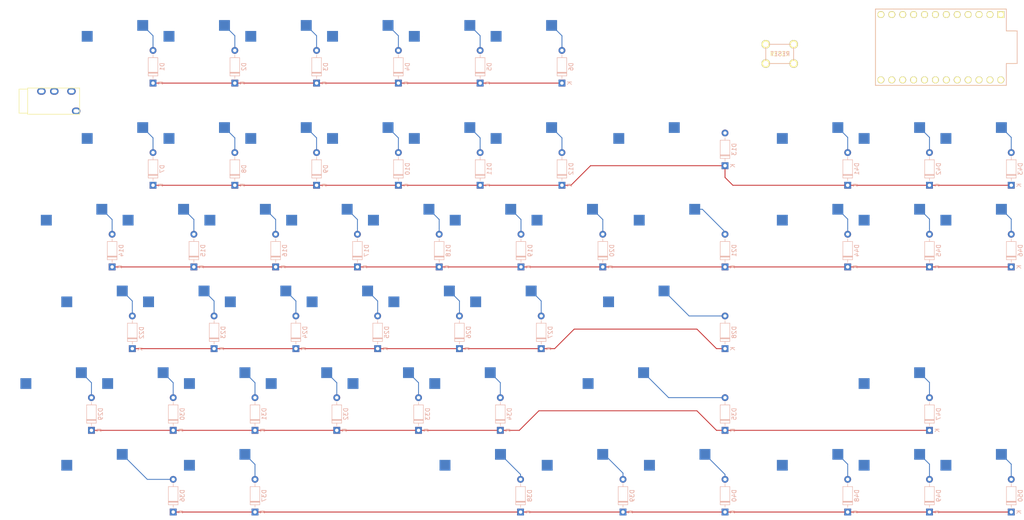
<source format=kicad_pcb>
(kicad_pcb (version 20221018) (generator pcbnew)
  (layers (0 "F.Cu" signal) (31 "B.Cu" signal) (34 "B.Paste" user) (35 "F.Paste" user) (36 "B.SilkS" user "B.Silkscreen") (37 "F.SilkS" user "F.Silkscreen") (38 "B.Mask" user) (39 "F.Mask" user) (44 "Edge.Cuts" user))
  (net 0 "")
  (net 55 "row6")
  (net 56 "row5")
  (net 57 "row4")
  (net 58 "row3")
  (net 59 "row2")
  (net 60 "row1")
  (net 61 "col9")
  (net 62 "col8")
  (net 63 "col7")
  (net 64 "col6")
  (net 65 "col5")
  (net 66 "col4")
  (net 67 "col3")
  (net 68 "col2")
  (net 69 "col11")
  (net 70 "col10")
  (net 71 "col1")
  (net 72 "VCC")
  (net 73 "SCL")
  (net 74 "RESET")
  (net 75 "Net-(D9-A)")
  (net 76 "Net-(D8-A)")
  (net 77 "Net-(D7-A)")
  (net 78 "Net-(D6-A)")
  (net 79 "Net-(D50-A)")
  (net 80 "Net-(D5-A)")
  (net 81 "Net-(D49-A)")
  (net 82 "Net-(D48-A)")
  (net 83 "Net-(D47-A)")
  (net 84 "Net-(D46-A)")
  (net 85 "Net-(D45-A)")
  (net 86 "Net-(D44-A)")
  (net 87 "Net-(D43-A)")
  (net 88 "Net-(D42-A)")
  (net 89 "Net-(D41-A)")
  (net 90 "Net-(D40-A)")
  (net 91 "Net-(D4-A)")
  (net 92 "Net-(D39-A)")
  (net 93 "Net-(D38-A)")
  (net 94 "Net-(D37-A)")
  (net 95 "Net-(D36-A)")
  (net 96 "Net-(D35-A)")
  (net 97 "Net-(D34-A)")
  (net 98 "Net-(D33-A)")
  (net 99 "Net-(D32-A)")
  (net 100 "Net-(D31-A)")
  (net 101 "Net-(D30-A)")
  (net 102 "Net-(D3-A)")
  (net 103 "Net-(D29-A)")
  (net 104 "Net-(D28-A)")
  (net 105 "Net-(D27-A)")
  (net 106 "Net-(D26-A)")
  (net 107 "Net-(D25-A)")
  (net 108 "Net-(D24-A)")
  (net 109 "Net-(D23-A)")
  (net 110 "Net-(D22-A)")
  (net 111 "Net-(D21-A)")
  (net 112 "Net-(D20-A)")
  (net 113 "Net-(D2-A)")
  (net 114 "Net-(D19-A)")
  (net 115 "Net-(D18-A)")
  (net 116 "Net-(D17-A)")
  (net 117 "Net-(D16-A)")
  (net 118 "Net-(D15-A)")
  (net 119 "Net-(D14-A)")
  (net 120 "Net-(D13-A)")
  (net 121 "Net-(D12-A)")
  (net 122 "Net-(D11-A)")
  (net 123 "Net-(D10-A)")
  (net 124 "Net-(D1-A)")
  (net 125 "GND")
  (footprint "MX_Only:MXOnly-1U-Hotswap" (layer "F.Cu") (at 103.1875 80.01)
    (fp_text reference "MX17")
    (fp_text value "MX-NoLED")
  )
  (footprint "MX_Only:MXOnly-1.5U-Hotswap" (layer "F.Cu") (at 184.15 80.01)
    (fp_text reference "MX21")
    (fp_text value "MX-NoLED")
  )
  (footprint "MX_Only:MXOnly-1U-Hotswap" (layer "F.Cu") (at 117.475 118.11)
    (fp_text reference "MX33")
    (fp_text value "MX-NoLED")
  )
  (footprint "MX_Only:MXOnly-1U-Hotswap" (layer "F.Cu") (at 74.6125 60.96)
    (fp_text reference "MX8")
    (fp_text value "MX-NoLED")
  )
  (footprint "MX_Only:MXOnly-2U-Hotswap" (layer "F.Cu") (at 50.8 137.16)
    (fp_text reference "MX36")
    (fp_text value "MX-NoLED")
  )
  (footprint "MX_Only:MXOnly-1U-Hotswap" (layer "F.Cu") (at 236.5375 60.96)
    (fp_text reference "MX42")
    (fp_text value "MX-NoLED")
  )
  (footprint "MX_Only:MXOnly-1U-Hotswap" (layer "F.Cu") (at 255.5875 80.01)
    (fp_text reference "MX46")
    (fp_text value "MX-NoLED")
  )
  (footprint "MX_Only:MXOnly-1U-Hotswap" (layer "F.Cu") (at 98.425 118.11)
    (fp_text reference "MX32")
    (fp_text value "MX-NoLED")
  )
  (footprint "MX_Only:MXOnly-1U-Hotswap" (layer "F.Cu") (at 69.85 99.06)
    (fp_text reference "MX23")
    (fp_text value "MX-NoLED")
  )
  (footprint "MX_Only:MXOnly-1U-Hotswap" (layer "F.Cu") (at 79.375 137.16)
    (fp_text reference "MX37")
    (fp_text value "MX-NoLED")
  )
  (footprint "MX_Only:MXOnly-1U-Hotswap" (layer "F.Cu") (at 236.5375 80.01)
    (fp_text reference "MX45")
    (fp_text value "MX-NoLED")
  )
  (footprint "MX_Only:MXOnly-1U-Hotswap" (layer "F.Cu") (at 146.05 99.06)
    (fp_text reference "MX27")
    (fp_text value "MX-NoLED")
  )
  (footprint "MX_Only:MXOnly-1U-Hotswap" (layer "F.Cu") (at 112.7125 37.1475)
    (fp_text reference "MX4")
    (fp_text value "MX-NoLED")
  )
  (footprint "MX_Only:MXOnly-2U-Hotswap" (layer "F.Cu") (at 179.3875 60.96)
    (fp_text reference "MX13")
    (fp_text value "MX-NoLED")
  )
  (footprint "MX_Only:MXOnly-1U-Hotswap" (layer "F.Cu") (at 41.275 118.11)
    (fp_text reference "MX29")
    (fp_text value "MX-NoLED")
  )
  (footprint "MX_Only:MXOnly-1U-Hotswap" (layer "F.Cu") (at 122.2375 80.01)
    (fp_text reference "MX18")
    (fp_text value "MX-NoLED")
  )
  (footprint "MX_Only:MXOnly-1U-Hotswap" (layer "F.Cu") (at 160.3375 80.01)
    (fp_text reference "MX20")
    (fp_text value "MX-NoLED")
  )
  (footprint "MX_Only:MXOnly-1U-Hotswap" (layer "F.Cu") (at 217.4875 137.16)
    (fp_text reference "MX48")
    (fp_text value "MX-NoLED")
  )
  (footprint "promicro:ProMicro" (layer "F.Cu") (at 247.3325 37.1475 180)
    (fp_text reference "U1" hide)
    (fp_text value "ProMicro")
  )
  (footprint "MX_Only:MXOnly-1U-Hotswap" (layer "F.Cu") (at 93.6625 60.96)
    (fp_text reference "MX9")
    (fp_text value "MX-NoLED")
  )
  (footprint "MX_Only:MXOnly-1U-Hotswap" (layer "F.Cu") (at 141.2875 80.01)
    (fp_text reference "MX19")
    (fp_text value "MX-NoLED")
  )
  (footprint "MX_Only:MXOnly-1U-Hotswap" (layer "F.Cu") (at 107.95 99.06)
    (fp_text reference "MX25")
    (fp_text value "MX-NoLED")
  )
  (footprint "MX_Only:MXOnly-1U-Hotswap" (layer "F.Cu") (at 127 99.06)
    (fp_text reference "MX26")
    (fp_text value "MX-NoLED")
  )
  (footprint "MX_Only:MXOnly-1U-Hotswap" (layer "F.Cu") (at 93.6625 37.1475)
    (fp_text reference "MX3")
    (fp_text value "MX-NoLED")
  )
  (footprint "MX_Only:MXOnly-1U-Hotswap" (layer "F.Cu") (at 79.375 118.11)
    (fp_text reference "MX31")
    (fp_text value "MX-NoLED")
  )
  (footprint "MX_Only:MXOnly-1U-Hotswap" (layer "F.Cu") (at 112.7125 60.96)
    (fp_text reference "MX10")
    (fp_text value "MX-NoLED")
  )
  (footprint "MX_Only:MXOnly-1U-Hotswap" (layer "F.Cu") (at 236.5375 137.16)
    (fp_text reference "MX49")
    (fp_text value "MX-NoLED")
  )
  (footprint "MX_Only:MXOnly-1U-Hotswap" (layer "F.Cu") (at 131.7625 60.96)
    (fp_text reference "MX11")
    (fp_text value "MX-NoLED")
  )
  (footprint "MX_Only:MXOnly-2.25U-Hotswap" (layer "F.Cu") (at 177.00625 99.06)
    (fp_text reference "MX28")
    (fp_text value "MX-NoLED")
  )
  (footprint "MX_Only:MXOnly-1U-Hotswap" (layer "F.Cu") (at 150.8125 60.96)
    (fp_text reference "MX12")
    (fp_text value "MX-NoLED")
  )
  (footprint "MX_Only:MXOnly-1U-Hotswap" (layer "F.Cu") (at 217.4875 80.01)
    (fp_text reference "MX44")
    (fp_text value "MX-NoLED")
  )
  (footprint "MX_Only:MXOnly-1.25U-Hotswap" (layer "F.Cu") (at 186.53125 137.16)
    (fp_text reference "MX40")
    (fp_text value "MX-NoLED")
  )
  (footprint "MX_Only:MXOnly-1U-Hotswap" (layer "F.Cu") (at 50.8 99.06)
    (fp_text reference "MX22")
    (fp_text value "MX-NoLED")
  )
  (footprint "MX_Only:MXOnly-1U-Hotswap" (layer "F.Cu") (at 46.0375 80.01)
    (fp_text reference "MX14")
    (fp_text value "MX-NoLED")
  )
  (footprint "MX_Only:MXOnly-2.75U-Hotswap" (layer "F.Cu") (at 172.24375 118.11)
    (fp_text reference "MX35")
    (fp_text value "MX-NoLED")
  )
  (footprint "MX_Only:MXOnly-1U-Hotswap" (layer "F.Cu") (at 88.9 99.06)
    (fp_text reference "MX24")
    (fp_text value "MX-NoLED")
  )
  (footprint "MX_Only:MXOnly-1U-Hotswap" (layer "F.Cu") (at 255.5875 60.96)
    (fp_text reference "MX43")
    (fp_text value "MX-NoLED")
  )
  (footprint "MX_Only:MXOnly-1.25U-Hotswap" (layer "F.Cu") (at 138.90625 137.16)
    (fp_text reference "MX38")
    (fp_text value "MX-NoLED")
  )
  (footprint "MX_Only:MXOnly-1U-Hotswap" (layer "F.Cu") (at 55.5625 60.96)
    (fp_text reference "MX7")
    (fp_text value "MX-NoLED")
  )
  (footprint "reset:ResetSW_4P" (layer "F.Cu") (at 209.7925 38.7075)
    (fp_text reference "RESET1" hide)
    (fp_text value "SW_Push")
  )
  (footprint "MX_Only:MXOnly-1U-Hotswap" (layer "F.Cu") (at 60.325 118.11)
    (fp_text reference "MX30")
    (fp_text value "MX-NoLED")
  )
  (footprint "pj320:TRRS-PJ-320A" (layer "F.Cu") (at 34.6125 49.7225 90)
    (fp_text reference "U2")
    (fp_text value "PJ-320A")
  )
  (footprint "MX_Only:MXOnly-1U-Hotswap" (layer "F.Cu") (at 217.4875 60.96)
    (fp_text reference "MX41")
    (fp_text value "MX-NoLED")
  )
  (footprint "MX_Only:MXOnly-1U-Hotswap" (layer "F.Cu") (at 136.525 118.11)
    (fp_text reference "MX34")
    (fp_text value "MX-NoLED")
  )
  (footprint "MX_Only:MXOnly-1U-Hotswap" (layer "F.Cu") (at 236.5375 118.11)
    (fp_text reference "MX47")
    (fp_text value "MX-NoLED")
  )
  (footprint "MX_Only:MXOnly-1U-Hotswap" (layer "F.Cu") (at 74.6125 37.1475)
    (fp_text reference "MX2")
    (fp_text value "MX-NoLED")
  )
  (footprint "MX_Only:MXOnly-1U-Hotswap" (layer "F.Cu") (at 150.8125 37.1475)
    (fp_text reference "MX6")
    (fp_text value "MX-NoLED")
  )
  (footprint "MX_Only:MXOnly-1.25U-Hotswap" (layer "F.Cu") (at 162.71875 137.16)
    (fp_text reference "MX39")
    (fp_text value "MX-NoLED")
  )
  (footprint "MX_Only:MXOnly-1U-Hotswap" (layer "F.Cu") (at 131.7625 37.1475)
    (fp_text reference "MX5")
    (fp_text value "MX-NoLED")
  )
  (footprint "MX_Only:MXOnly-1U-Hotswap" (layer "F.Cu") (at 65.0875 80.01)
    (fp_text reference "MX15")
    (fp_text value "MX-NoLED")
  )
  (footprint "MX_Only:MXOnly-1U-Hotswap" (layer "F.Cu") (at 55.5625 37.1475)
    (fp_text reference "MX1")
    (fp_text value "MX-NoLED")
  )
  (footprint "MX_Only:MXOnly-1U-Hotswap" (layer "F.Cu") (at 84.1375 80.01)
    (fp_text reference "MX16")
    (fp_text value "MX-NoLED")
  )
  (footprint "MX_Only:MXOnly-1U-Hotswap" (layer "F.Cu") (at 255.5875 137.16)
    (fp_text reference "MX50")
    (fp_text value "MX-NoLED")
  )
  (footprint "Diode_THT:D_DO-35_SOD27_P7.62mm_Horizontal" (layer "B.Cu") (at 87.5625 145.53 90)
    (fp_text reference "D37")
    (fp_text value "1N4148")
  )
  (footprint "Diode_THT:D_DO-35_SOD27_P7.62mm_Horizontal" (layer "B.Cu") (at 244.6775 145.53 90)
    (fp_text reference "D49")
    (fp_text value "1N4148")
  )
  (footprint "Diode_THT:D_DO-35_SOD27_P7.62mm_Horizontal" (layer "B.Cu") (at 135.1875 107.43 90)
    (fp_text reference "D26")
    (fp_text value "1N4148")
  )
  (footprint "Diode_THT:D_DO-35_SOD27_P7.62mm_Horizontal" (layer "B.Cu") (at 263.7275 69.33 90)
    (fp_text reference "D43")
    (fp_text value "1N4148")
  )
  (footprint "Diode_THT:D_DO-35_SOD27_P7.62mm_Horizontal" (layer "B.Cu") (at 82.8625 69.33 90)
    (fp_text reference "D8")
    (fp_text value "1N4148")
  )
  (footprint "Diode_THT:D_DO-35_SOD27_P7.62mm_Horizontal" (layer "B.Cu") (at 82.8625 45.5175 90)
    (fp_text reference "D2")
    (fp_text value "1N4148")
  )
  (footprint "Diode_THT:D_DO-35_SOD27_P7.62mm_Horizontal" (layer "B.Cu") (at 54.2875 88.38 90)
    (fp_text reference "D14")
    (fp_text value "1N4148")
  )
  (footprint "Diode_THT:D_DO-35_SOD27_P7.62mm_Horizontal" (layer "B.Cu") (at 130.4725 88.38 90)
    (fp_text reference "D18")
    (fp_text value "1N4148")
  )
  (footprint "Diode_THT:D_DO-35_SOD27_P7.62mm_Horizontal" (layer "B.Cu") (at 63.8125 45.5175 90)
    (fp_text reference "D1")
    (fp_text value "1N4148")
  )
  (footprint "Diode_THT:D_DO-35_SOD27_P7.62mm_Horizontal" (layer "B.Cu") (at 101.9125 45.5175 90)
    (fp_text reference "D3")
    (fp_text value "1N4148")
  )
  (footprint "Diode_THT:D_DO-35_SOD27_P7.62mm_Horizontal" (layer "B.Cu") (at 116.1375 107.43 90)
    (fp_text reference "D25")
    (fp_text value "1N4148")
  )
  (footprint "Diode_THT:D_DO-35_SOD27_P7.62mm_Horizontal" (layer "B.Cu") (at 106.6125 126.48 90)
    (fp_text reference "D32")
    (fp_text value "1N4148")
  )
  (footprint "Diode_THT:D_DO-35_SOD27_P7.62mm_Horizontal" (layer "B.Cu") (at 225.6275 69.33 90)
    (fp_text reference "D41")
    (fp_text value "1N4148")
  )
  (footprint "Diode_THT:D_DO-35_SOD27_P7.62mm_Horizontal" (layer "B.Cu") (at 97.0875 107.43 90)
    (fp_text reference "D24")
    (fp_text value "1N4148")
  )
  (footprint "Diode_THT:D_DO-35_SOD27_P7.62mm_Horizontal" (layer "B.Cu") (at 149.5225 88.38 90)
    (fp_text reference "D19")
    (fp_text value "1N4148")
  )
  (footprint "Diode_THT:D_DO-35_SOD27_P7.62mm_Horizontal" (layer "B.Cu") (at 120.9625 69.33 90)
    (fp_text reference "D10")
    (fp_text value "1N4148")
  )
  (footprint "Diode_THT:D_DO-35_SOD27_P7.62mm_Horizontal" (layer "B.Cu") (at 173.2875 145.53 90)
    (fp_text reference "D39")
    (fp_text value "1N4148")
  )
  (footprint "Diode_THT:D_DO-35_SOD27_P7.62mm_Horizontal" (layer "B.Cu") (at 263.7275 88.38 90)
    (fp_text reference "D46")
    (fp_text value "1N4148")
  )
  (footprint "Diode_THT:D_DO-35_SOD27_P7.62mm_Horizontal" (layer "B.Cu") (at 120.9625 45.5175 90)
    (fp_text reference "D4")
    (fp_text value "1N4148")
  )
  (footprint "Diode_THT:D_DO-35_SOD27_P7.62mm_Horizontal" (layer "B.Cu") (at 197.0525 88.38 90)
    (fp_text reference "D21")
    (fp_text value "1N4148")
  )
  (footprint "Diode_THT:D_DO-35_SOD27_P7.62mm_Horizontal" (layer "B.Cu") (at 197.0525 145.53 90)
    (fp_text reference "D40")
    (fp_text value "1N4148")
  )
  (footprint "Diode_THT:D_DO-35_SOD27_P7.62mm_Horizontal" (layer "B.Cu") (at 263.7275 145.53 90)
    (fp_text reference "D50")
    (fp_text value "1N4148")
  )
  (footprint "Diode_THT:D_DO-35_SOD27_P7.62mm_Horizontal" (layer "B.Cu") (at 149.4275 145.53 90)
    (fp_text reference "D38")
    (fp_text value "1N4148")
  )
  (footprint "Diode_THT:D_DO-35_SOD27_P7.62mm_Horizontal" (layer "B.Cu") (at 125.6625 126.48 90)
    (fp_text reference "D33")
    (fp_text value "1N4148")
  )
  (footprint "Diode_THT:D_DO-35_SOD27_P7.62mm_Horizontal" (layer "B.Cu") (at 168.5775 88.38 90)
    (fp_text reference "D20")
    (fp_text value "1N4148")
  )
  (footprint "Diode_THT:D_DO-35_SOD27_P7.62mm_Horizontal" (layer "B.Cu") (at 244.6775 126.48 90)
    (fp_text reference "D47")
    (fp_text value "1N4148")
  )
  (footprint "Diode_THT:D_DO-35_SOD27_P7.62mm_Horizontal" (layer "B.Cu") (at 197.0525 64.77 90)
    (fp_text reference "D13")
    (fp_text value "1N4148")
  )
  (footprint "Diode_THT:D_DO-35_SOD27_P7.62mm_Horizontal" (layer "B.Cu") (at 92.3725 88.38 90)
    (fp_text reference "D16")
    (fp_text value "1N4148")
  )
  (footprint "Diode_THT:D_DO-35_SOD27_P7.62mm_Horizontal" (layer "B.Cu") (at 68.5125 126.48 90)
    (fp_text reference "D30")
    (fp_text value "1N4148")
  )
  (footprint "Diode_THT:D_DO-35_SOD27_P7.62mm_Horizontal" (layer "B.Cu") (at 87.5625 126.48 90)
    (fp_text reference "D31")
    (fp_text value "1N4148")
  )
  (footprint "Diode_THT:D_DO-35_SOD27_P7.62mm_Horizontal" (layer "B.Cu") (at 111.4225 88.38 90)
    (fp_text reference "D17")
    (fp_text value "1N4148")
  )
  (footprint "Diode_THT:D_DO-35_SOD27_P7.62mm_Horizontal" (layer "B.Cu") (at 197.0525 126.48 90)
    (fp_text reference "D35")
    (fp_text value "1N4148")
  )
  (footprint "Diode_THT:D_DO-35_SOD27_P7.62mm_Horizontal" (layer "B.Cu") (at 73.3225 88.38 90)
    (fp_text reference "D15")
    (fp_text value "1N4148")
  )
  (footprint "Diode_THT:D_DO-35_SOD27_P7.62mm_Horizontal" (layer "B.Cu") (at 78.0375 107.43 90)
    (fp_text reference "D23")
    (fp_text value "1N4148")
  )
  (footprint "Diode_THT:D_DO-35_SOD27_P7.62mm_Horizontal" (layer "B.Cu") (at 225.6275 88.38 90)
    (fp_text reference "D44")
    (fp_text value "1N4148")
  )
  (footprint "Diode_THT:D_DO-35_SOD27_P7.62mm_Horizontal" (layer "B.Cu") (at 140.0125 69.33 90)
    (fp_text reference "D11")
    (fp_text value "1N4148")
  )
  (footprint "Diode_THT:D_DO-35_SOD27_P7.62mm_Horizontal" (layer "B.Cu") (at 68.5125 145.53 90)
    (fp_text reference "D36")
    (fp_text value "1N4148")
  )
  (footprint "Diode_THT:D_DO-35_SOD27_P7.62mm_Horizontal" (layer "B.Cu") (at 159.0625 45.5175 90)
    (fp_text reference "D6")
    (fp_text value "1N4148")
  )
  (footprint "Diode_THT:D_DO-35_SOD27_P7.62mm_Horizontal" (layer "B.Cu") (at 154.2375 107.43 90)
    (fp_text reference "D27")
    (fp_text value "1N4148")
  )
  (footprint "Diode_THT:D_DO-35_SOD27_P7.62mm_Horizontal" (layer "B.Cu") (at 244.6775 88.38 90)
    (fp_text reference "D45")
    (fp_text value "1N4148")
  )
  (footprint "Diode_THT:D_DO-35_SOD27_P7.62mm_Horizontal" (layer "B.Cu") (at 159.0625 69.33 90)
    (fp_text reference "D12")
    (fp_text value "1N4148")
  )
  (footprint "Diode_THT:D_DO-35_SOD27_P7.62mm_Horizontal" (layer "B.Cu") (at 225.6275 145.53 90)
    (fp_text reference "D48")
    (fp_text value "1N4148")
  )
  (footprint "Diode_THT:D_DO-35_SOD27_P7.62mm_Horizontal" (layer "B.Cu") (at 144.7125 126.48 90)
    (fp_text reference "D34")
    (fp_text value "1N4148")
  )
  (footprint "Diode_THT:D_DO-35_SOD27_P7.62mm_Horizontal" (layer "B.Cu") (at 140.0125 45.5175 90)
    (fp_text reference "D5")
    (fp_text value "1N4148")
  )
  (footprint "Diode_THT:D_DO-35_SOD27_P7.62mm_Horizontal" (layer "B.Cu") (at 49.4625 126.48 90)
    (fp_text reference "D29")
    (fp_text value "1N4148")
  )
  (footprint "Diode_THT:D_DO-35_SOD27_P7.62mm_Horizontal" (layer "B.Cu") (at 244.6775 69.33 90)
    (fp_text reference "D42")
    (fp_text value "1N4148")
  )
  (footprint "Diode_THT:D_DO-35_SOD27_P7.62mm_Horizontal" (layer "B.Cu") (at 197.0525 107.43 90)
    (fp_text reference "D28")
    (fp_text value "1N4148")
  )
  (footprint "Diode_THT:D_DO-35_SOD27_P7.62mm_Horizontal" (layer "B.Cu") (at 63.8125 69.33 90)
    (fp_text reference "D7")
    (fp_text value "1N4148")
  )
  (footprint "Diode_THT:D_DO-35_SOD27_P7.62mm_Horizontal" (layer "B.Cu") (at 101.9125 69.33 90)
    (fp_text reference "D9")
    (fp_text value "1N4148")
  )
  (footprint "Diode_THT:D_DO-35_SOD27_P7.62mm_Horizontal" (layer "B.Cu") (at 58.9875 107.43 90)
    (fp_text reference "D22")
    (fp_text value "1N4148")
  )
  (segment (start 263.7275 145.53) (end 68.5125 145.53) (width 0.2) (layer "F.Cu") (net 55))
  (segment (start 153.69375 121.92) (end 149.13375 126.48) (width 0.2) (layer "F.Cu") (net 56))
  (segment (start 244.6775 126.48) (end 197.0525 126.48) (width 0.2) (layer "F.Cu") (net 56))
  (segment (start 190.5 121.92) (end 153.69375 121.92) (width 0.2) (layer "F.Cu") (net 56))
  (segment (start 197.0525 126.48) (end 195.06 126.48) (width 0.2) (layer "F.Cu") (net 56))
  (segment (start 49.4625 126.48) (end 144.7125 126.48) (width 0.2) (layer "F.Cu") (net 56))
  (segment (start 149.13375 126.48) (end 144.7125 126.48) (width 0.2) (layer "F.Cu") (net 56))
  (segment (start 195.06 126.48) (end 190.5 121.92) (width 0.2) (layer "F.Cu") (net 56))
  (segment (start 157.365 107.43) (end 161.925 102.87) (width 0.2) (layer "F.Cu") (net 57))
  (segment (start 161.925 102.87) (end 190.5 102.87) (width 0.2) (layer "F.Cu") (net 57))
  (segment (start 195.06 107.43) (end 197.0525 107.43) (width 0.2) (layer "F.Cu") (net 57))
  (segment (start 58.9875 107.43) (end 154.2375 107.43) (width 0.2) (layer "F.Cu") (net 57))
  (segment (start 190.5 102.87) (end 195.06 107.43) (width 0.2) (layer "F.Cu") (net 57))
  (segment (start 154.2375 107.43) (end 157.365 107.43) (width 0.2) (layer "F.Cu") (net 57))
  (segment (start 263.7275 88.38) (end 54.2875 88.38) (width 0.2) (layer "F.Cu") (net 58))
  (segment (start 225.6275 69.33) (end 198.87 69.33) (width 0.2) (layer "F.Cu") (net 59))
  (segment (start 165.735 64.77) (end 197.0525 64.77) (width 0.2) (layer "F.Cu") (net 59))
  (segment (start 263.7275 69.33) (end 225.6275 69.33) (width 0.2) (layer "F.Cu") (net 59))
  (segment (start 197.0525 67.5125) (end 197.0525 64.77) (width 0.2) (layer "F.Cu") (net 59))
  (segment (start 159.0625 69.33) (end 161.175 69.33) (width 0.2) (layer "F.Cu") (net 59))
  (segment (start 63.8125 69.33) (end 159.0625 69.33) (width 0.2) (layer "F.Cu") (net 59))
  (segment (start 198.87 69.33) (end 197.0525 67.5125) (width 0.2) (layer "F.Cu") (net 59))
  (segment (start 161.175 69.33) (end 165.735 64.77) (width 0.2) (layer "F.Cu") (net 59))
  (segment (start 63.8125 45.5175) (end 159.0625 45.5175) (width 0.2) (layer "F.Cu") (net 60))
  (segment (start 101.9125 61.71) (end 101.9125 58.288) (width 0.2) (layer "B.Cu") (net 75))
  (segment (start 101.9125 58.288) (end 99.5045 55.88) (width 0.2) (layer "B.Cu") (net 75))
  (segment (start 82.8625 58.288) (end 80.4545 55.88) (width 0.2) (layer "B.Cu") (net 76))
  (segment (start 82.8625 61.71) (end 82.8625 58.288) (width 0.2) (layer "B.Cu") (net 76))
  (segment (start 63.8125 61.71) (end 63.8125 58.288) (width 0.2) (layer "B.Cu") (net 77))
  (segment (start 63.8125 58.288) (end 61.4045 55.88) (width 0.2) (layer "B.Cu") (net 77))
  (segment (start 159.0625 34.4755) (end 156.6545 32.0675) (width 0.2) (layer "B.Cu") (net 78))
  (segment (start 159.0625 37.8975) (end 159.0625 34.4755) (width 0.2) (layer "B.Cu") (net 78))
  (segment (start 263.7275 134.378) (end 261.4295 132.08) (width 0.2) (layer "B.Cu") (net 79))
  (segment (start 263.7275 137.91) (end 263.7275 134.378) (width 0.2) (layer "B.Cu") (net 79))
  (segment (start 140.0125 34.4755) (end 137.6045 32.0675) (width 0.2) (layer "B.Cu") (net 80))
  (segment (start 140.0125 37.8975) (end 140.0125 34.4755) (width 0.2) (layer "B.Cu") (net 80))
  (segment (start 244.6775 134.378) (end 242.3795 132.08) (width 0.2) (layer "B.Cu") (net 81))
  (segment (start 244.6775 137.91) (end 244.6775 134.378) (width 0.2) (layer "B.Cu") (net 81))
  (segment (start 225.6275 134.378) (end 223.3295 132.08) (width 0.2) (layer "B.Cu") (net 82))
  (segment (start 225.6275 137.91) (end 225.6275 134.378) (width 0.2) (layer "B.Cu") (net 82))
  (segment (start 244.6775 118.86) (end 244.6775 115.328) (width 0.2) (layer "B.Cu") (net 83))
  (segment (start 244.6775 115.328) (end 242.3795 113.03) (width 0.2) (layer "B.Cu") (net 83))
  (segment (start 263.7275 80.76) (end 263.7275 77.228) (width 0.2) (layer "B.Cu") (net 84))
  (segment (start 263.7275 77.228) (end 261.4295 74.93) (width 0.2) (layer "B.Cu") (net 84))
  (segment (start 244.6775 77.228) (end 242.3795 74.93) (width 0.2) (layer "B.Cu") (net 85))
  (segment (start 244.6775 80.76) (end 244.6775 77.228) (width 0.2) (layer "B.Cu") (net 85))
  (segment (start 225.6275 77.228) (end 223.3295 74.93) (width 0.2) (layer "B.Cu") (net 86))
  (segment (start 225.6275 80.76) (end 225.6275 77.228) (width 0.2) (layer "B.Cu") (net 86))
  (segment (start 263.7275 61.71) (end 263.7275 58.178) (width 0.2) (layer "B.Cu") (net 87))
  (segment (start 263.7275 58.178) (end 261.4295 55.88) (width 0.2) (layer "B.Cu") (net 87))
  (segment (start 244.6775 61.71) (end 244.6775 58.178) (width 0.2) (layer "B.Cu") (net 88))
  (segment (start 244.6775 58.178) (end 242.3795 55.88) (width 0.2) (layer "B.Cu") (net 88))
  (segment (start 225.6275 61.71) (end 225.6275 58.178) (width 0.2) (layer "B.Cu") (net 89))
  (segment (start 225.6275 58.178) (end 223.3295 55.88) (width 0.2) (layer "B.Cu") (net 89))
  (segment (start 197.0525 137.91) (end 197.0525 136.75925) (width 0.2) (layer "B.Cu") (net 90))
  (segment (start 197.0525 136.75925) (end 192.37325 132.08) (width 0.2) (layer "B.Cu") (net 90))
  (segment (start 120.9625 37.8975) (end 120.9625 34.4755) (width 0.2) (layer "B.Cu") (net 91))
  (segment (start 120.9625 34.4755) (end 118.5545 32.0675) (width 0.2) (layer "B.Cu") (net 91))
  (segment (start 173.2875 136.4575) (end 173.2875 137.91) (width 0.2) (layer "B.Cu") (net 92))
  (segment (start 168.91 132.08) (end 173.2875 136.4575) (width 0.2) (layer "B.Cu") (net 92))
  (segment (start 168.56075 132.08) (end 168.91 132.08) (width 0.2) (layer "B.Cu") (net 92))
  (segment (start 149.4275 136.75925) (end 144.74825 132.08) (width 0.2) (layer "B.Cu") (net 93))
  (segment (start 149.4275 137.91) (end 149.4275 136.75925) (width 0.2) (layer "B.Cu") (net 93))
  (segment (start 87.5625 137.91) (end 87.5625 134.4255) (width 0.2) (layer "B.Cu") (net 94))
  (segment (start 87.5625 134.4255) (end 85.217 132.08) (width 0.2) (layer "B.Cu") (net 94))
  (segment (start 68.5125 137.91) (end 62.472 137.91) (width 0.2) (layer "B.Cu") (net 95))
  (segment (start 62.472 137.91) (end 56.642 132.08) (width 0.2) (layer "B.Cu") (net 95))
  (segment (start 197.0525 118.86) (end 183.91575 118.86) (width 0.2) (layer "B.Cu") (net 96))
  (segment (start 183.91575 118.86) (end 178.08575 113.03) (width 0.2) (layer "B.Cu") (net 96))
  (segment (start 144.7125 118.86) (end 144.7125 115.3755) (width 0.2) (layer "B.Cu") (net 97))
  (segment (start 144.7125 115.3755) (end 142.367 113.03) (width 0.2) (layer "B.Cu") (net 97))
  (segment (start 125.6625 115.3755) (end 123.317 113.03) (width 0.2) (layer "B.Cu") (net 98))
  (segment (start 125.6625 118.86) (end 125.6625 115.3755) (width 0.2) (layer "B.Cu") (net 98))
  (segment (start 106.6125 118.86) (end 106.6125 115.3755) (width 0.2) (layer "B.Cu") (net 99))
  (segment (start 106.6125 115.3755) (end 104.267 113.03) (width 0.2) (layer "B.Cu") (net 99))
  (segment (start 87.5625 115.3755) (end 85.217 113.03) (width 0.2) (layer "B.Cu") (net 100))
  (segment (start 87.5625 118.86) (end 87.5625 115.3755) (width 0.2) (layer "B.Cu") (net 100))
  (segment (start 68.5125 115.3755) (end 66.167 113.03) (width 0.2) (layer "B.Cu") (net 101))
  (segment (start 68.5125 118.86) (end 68.5125 115.3755) (width 0.2) (layer "B.Cu") (net 101))
  (segment (start 101.9125 37.8975) (end 101.9125 34.4755) (width 0.2) (layer "B.Cu") (net 102))
  (segment (start 101.9125 34.4755) (end 99.5045 32.0675) (width 0.2) (layer "B.Cu") (net 102))
  (segment (start 49.4625 115.3755) (end 47.117 113.03) (width 0.2) (layer "B.Cu") (net 103))
  (segment (start 49.4625 118.86) (end 49.4625 115.3755) (width 0.2) (layer "B.Cu") (net 103))
  (segment (start 197.0525 99.81) (end 188.67825 99.81) (width 0.2) (layer "B.Cu") (net 104))
  (segment (start 188.67825 99.81) (end 182.84825 93.98) (width 0.2) (layer "B.Cu") (net 104))
  (segment (start 154.2375 99.81) (end 154.2375 96.3255) (width 0.2) (layer "B.Cu") (net 105))
  (segment (start 154.2375 96.3255) (end 151.892 93.98) (width 0.2) (layer "B.Cu") (net 105))
  (segment (start 135.1875 99.81) (end 135.1875 96.3255) (width 0.2) (layer "B.Cu") (net 106))
  (segment (start 135.1875 96.3255) (end 132.842 93.98) (width 0.2) (layer "B.Cu") (net 106))
  (segment (start 116.1375 96.3255) (end 113.792 93.98) (width 0.2) (layer "B.Cu") (net 107))
  (segment (start 116.1375 99.81) (end 116.1375 96.3255) (width 0.2) (layer "B.Cu") (net 107))
  (segment (start 97.0875 99.81) (end 97.0875 96.3255) (width 0.2) (layer "B.Cu") (net 108))
  (segment (start 97.0875 96.3255) (end 94.742 93.98) (width 0.2) (layer "B.Cu") (net 108))
  (segment (start 78.0375 96.3255) (end 75.692 93.98) (width 0.2) (layer "B.Cu") (net 109))
  (segment (start 78.0375 99.81) (end 78.0375 96.3255) (width 0.2) (layer "B.Cu") (net 109))
  (segment (start 58.9875 99.81) (end 58.9875 96.3255) (width 0.2) (layer "B.Cu") (net 110))
  (segment (start 58.9875 96.3255) (end 56.642 93.98) (width 0.2) (layer "B.Cu") (net 110))
  (segment (start 197.0525 80.2125) (end 191.77 74.93) (width 0.2) (layer "B.Cu") (net 111))
  (segment (start 197.0525 80.76) (end 197.0525 80.2125) (width 0.2) (layer "B.Cu") (net 111))
  (segment (start 191.77 74.93) (end 189.992 74.93) (width 0.2) (layer "B.Cu") (net 111))
  (segment (start 168.5775 77.328) (end 166.1795 74.93) (width 0.2) (layer "B.Cu") (net 112))
  (segment (start 168.5775 80.76) (end 168.5775 77.328) (width 0.2) (layer "B.Cu") (net 112))
  (segment (start 82.8625 34.4755) (end 80.4545 32.0675) (width 0.2) (layer "B.Cu") (net 113))
  (segment (start 82.8625 37.8975) (end 82.8625 34.4755) (width 0.2) (layer "B.Cu") (net 113))
  (segment (start 149.5225 77.323) (end 147.1295 74.93) (width 0.2) (layer "B.Cu") (net 114))
  (segment (start 149.5225 80.76) (end 149.5225 77.323) (width 0.2) (layer "B.Cu") (net 114))
  (segment (start 130.4725 77.323) (end 128.0795 74.93) (width 0.2) (layer "B.Cu") (net 115))
  (segment (start 130.4725 80.76) (end 130.4725 77.323) (width 0.2) (layer "B.Cu") (net 115))
  (segment (start 111.4225 80.76) (end 111.4225 77.323) (width 0.2) (layer "B.Cu") (net 116))
  (segment (start 111.4225 77.323) (end 109.0295 74.93) (width 0.2) (layer "B.Cu") (net 116))
  (segment (start 92.3725 80.76) (end 92.3725 77.323) (width 0.2) (layer "B.Cu") (net 117))
  (segment (start 92.3725 77.323) (end 89.9795 74.93) (width 0.2) (layer "B.Cu") (net 117))
  (segment (start 73.3225 80.76) (end 73.3225 77.323) (width 0.2) (layer "B.Cu") (net 118))
  (segment (start 73.3225 77.323) (end 70.9295 74.93) (width 0.2) (layer "B.Cu") (net 118))
  (segment (start 54.2875 77.338) (end 51.8795 74.93) (width 0.2) (layer "B.Cu") (net 119))
  (segment (start 54.2875 80.76) (end 54.2875 77.338) (width 0.2) (layer "B.Cu") (net 119))
  (segment (start 159.0625 58.288) (end 156.6545 55.88) (width 0.2) (layer "B.Cu") (net 121))
  (segment (start 159.0625 61.71) (end 159.0625 58.288) (width 0.2) (layer "B.Cu") (net 121))
  (segment (start 140.0125 61.71) (end 140.0125 58.288) (width 0.2) (layer "B.Cu") (net 122))
  (segment (start 140.0125 58.288) (end 137.6045 55.88) (width 0.2) (layer "B.Cu") (net 122))
  (segment (start 120.9625 61.71) (end 120.9625 58.288) (width 0.2) (layer "B.Cu") (net 123))
  (segment (start 120.9625 58.288) (end 118.5545 55.88) (width 0.2) (layer "B.Cu") (net 123))
  (segment (start 63.8125 34.4755) (end 61.4045 32.0675) (width 0.2) (layer "B.Cu") (net 124))
  (segment (start 63.8125 37.8975) (end 63.8125 34.4755) (width 0.2) (layer "B.Cu") (net 124))
)
</source>
